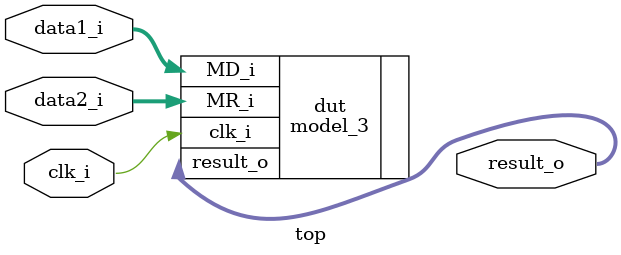
<source format=sv>
module top (
    // input
    input logic [7:0] data1_i , 
    input logic [7:0] data2_i , 
    input logic        clk_i , //sel_i,

    // output
    output logic [15:0] result_o 
);
    model_3 dut(
        // input
        .MD_i(data1_i)       ,
        .MR_i(data2_i)       ,
        .clk_i(clk_i)        ,

        // output
        .result_o(result_o)  
    );

endmodule : top 

</source>
